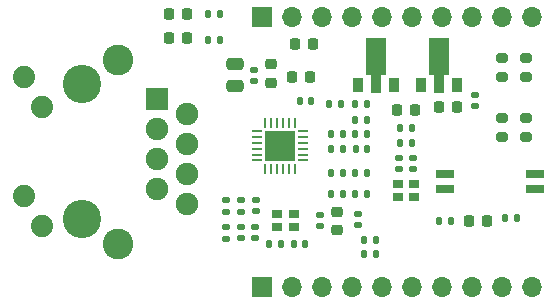
<source format=gbr>
%TF.GenerationSoftware,KiCad,Pcbnew,8.0.2-8.0.2-0~ubuntu22.04.1*%
%TF.CreationDate,2024-05-07T00:28:05+09:00*%
%TF.ProjectId,CANgatewayE,43414e67-6174-4657-9761-79452e6b6963,rev?*%
%TF.SameCoordinates,Original*%
%TF.FileFunction,Soldermask,Top*%
%TF.FilePolarity,Negative*%
%FSLAX46Y46*%
G04 Gerber Fmt 4.6, Leading zero omitted, Abs format (unit mm)*
G04 Created by KiCad (PCBNEW 8.0.2-8.0.2-0~ubuntu22.04.1) date 2024-05-07 00:28:05*
%MOMM*%
%LPD*%
G01*
G04 APERTURE LIST*
G04 Aperture macros list*
%AMRoundRect*
0 Rectangle with rounded corners*
0 $1 Rounding radius*
0 $2 $3 $4 $5 $6 $7 $8 $9 X,Y pos of 4 corners*
0 Add a 4 corners polygon primitive as box body*
4,1,4,$2,$3,$4,$5,$6,$7,$8,$9,$2,$3,0*
0 Add four circle primitives for the rounded corners*
1,1,$1+$1,$2,$3*
1,1,$1+$1,$4,$5*
1,1,$1+$1,$6,$7*
1,1,$1+$1,$8,$9*
0 Add four rect primitives between the rounded corners*
20,1,$1+$1,$2,$3,$4,$5,0*
20,1,$1+$1,$4,$5,$6,$7,0*
20,1,$1+$1,$6,$7,$8,$9,0*
20,1,$1+$1,$8,$9,$2,$3,0*%
%AMFreePoly0*
4,1,9,3.862500,-0.866500,0.737500,-0.866500,0.737500,-0.450000,-0.737500,-0.450000,-0.737500,0.450000,0.737500,0.450000,0.737500,0.866500,3.862500,0.866500,3.862500,-0.866500,3.862500,-0.866500,$1*%
G04 Aperture macros list end*
%ADD10RoundRect,0.140000X0.140000X0.170000X-0.140000X0.170000X-0.140000X-0.170000X0.140000X-0.170000X0*%
%ADD11RoundRect,0.140000X-0.170000X0.140000X-0.170000X-0.140000X0.170000X-0.140000X0.170000X0.140000X0*%
%ADD12RoundRect,0.135000X-0.185000X0.135000X-0.185000X-0.135000X0.185000X-0.135000X0.185000X0.135000X0*%
%ADD13RoundRect,0.135000X0.135000X0.185000X-0.135000X0.185000X-0.135000X-0.185000X0.135000X-0.185000X0*%
%ADD14C,3.250000*%
%ADD15C,1.890000*%
%ADD16R,1.900000X1.900000*%
%ADD17C,1.900000*%
%ADD18C,2.600000*%
%ADD19R,0.900000X0.800000*%
%ADD20RoundRect,0.225000X-0.225000X-0.250000X0.225000X-0.250000X0.225000X0.250000X-0.225000X0.250000X0*%
%ADD21R,0.900000X1.300000*%
%ADD22FreePoly0,90.000000*%
%ADD23RoundRect,0.218750X-0.218750X-0.256250X0.218750X-0.256250X0.218750X0.256250X-0.218750X0.256250X0*%
%ADD24RoundRect,0.140000X0.170000X-0.140000X0.170000X0.140000X-0.170000X0.140000X-0.170000X-0.140000X0*%
%ADD25RoundRect,0.200000X-0.275000X0.200000X-0.275000X-0.200000X0.275000X-0.200000X0.275000X0.200000X0*%
%ADD26RoundRect,0.062500X0.062500X-0.375000X0.062500X0.375000X-0.062500X0.375000X-0.062500X-0.375000X0*%
%ADD27RoundRect,0.062500X0.375000X-0.062500X0.375000X0.062500X-0.375000X0.062500X-0.375000X-0.062500X0*%
%ADD28R,2.500000X2.500000*%
%ADD29RoundRect,0.225000X0.225000X0.250000X-0.225000X0.250000X-0.225000X-0.250000X0.225000X-0.250000X0*%
%ADD30RoundRect,0.225000X-0.250000X0.225000X-0.250000X-0.225000X0.250000X-0.225000X0.250000X0.225000X0*%
%ADD31RoundRect,0.250000X0.475000X-0.250000X0.475000X0.250000X-0.475000X0.250000X-0.475000X-0.250000X0*%
%ADD32RoundRect,0.218750X-0.256250X0.218750X-0.256250X-0.218750X0.256250X-0.218750X0.256250X0.218750X0*%
%ADD33RoundRect,0.135000X0.185000X-0.135000X0.185000X0.135000X-0.185000X0.135000X-0.185000X-0.135000X0*%
%ADD34R,1.600000X0.760000*%
%ADD35RoundRect,0.135000X-0.135000X-0.185000X0.135000X-0.185000X0.135000X0.185000X-0.135000X0.185000X0*%
%ADD36R,1.700000X1.700000*%
%ADD37O,1.700000X1.700000*%
G04 APERTURE END LIST*
D10*
%TO.C,C25*%
X46962000Y7112000D03*
X46002000Y7112000D03*
%TD*%
D11*
%TO.C,C11*%
X43434000Y17498000D03*
X43434000Y16538000D03*
%TD*%
D12*
%TO.C,R18*%
X22352000Y8638000D03*
X22352000Y7618000D03*
%TD*%
D10*
%TO.C,C10*%
X35024000Y4064000D03*
X34064000Y4064000D03*
%TD*%
D13*
%TO.C,R3*%
X34292000Y9144000D03*
X33272000Y9144000D03*
%TD*%
%TO.C,R6*%
X34294000Y16764000D03*
X33274000Y16764000D03*
%TD*%
D14*
%TO.C,J1*%
X10190000Y18415000D03*
X10190000Y6985000D03*
D15*
X6810000Y6375000D03*
X5290000Y8915000D03*
X6810000Y16485000D03*
X5290000Y19025000D03*
D16*
X16530000Y17145000D03*
D17*
X19070000Y15875000D03*
X16530000Y14605000D03*
X19070000Y13335000D03*
X16530000Y12065000D03*
X19070000Y10795000D03*
X16530000Y9525000D03*
X19070000Y8255000D03*
D18*
X13240000Y20475000D03*
X13240000Y4925000D03*
%TD*%
D12*
%TO.C,R16*%
X23622000Y8638000D03*
X23622000Y7618000D03*
%TD*%
D19*
%TO.C,Y1*%
X38292000Y9948000D03*
X36892000Y9948000D03*
X36892000Y8848000D03*
X38292000Y8848000D03*
%TD*%
D20*
%TO.C,C22*%
X36804000Y16256000D03*
X38354000Y16256000D03*
%TD*%
D11*
%TO.C,C19*%
X24892000Y8608000D03*
X24892000Y7648000D03*
%TD*%
D21*
%TO.C,U5*%
X38886000Y18370000D03*
D22*
X40386000Y18457500D03*
D21*
X41886000Y18370000D03*
%TD*%
D13*
%TO.C,R1*%
X38104000Y13462000D03*
X37084000Y13462000D03*
%TD*%
%TO.C,R22*%
X21846000Y22140000D03*
X20826000Y22140000D03*
%TD*%
D10*
%TO.C,C16*%
X34290000Y12954000D03*
X33330000Y12954000D03*
%TD*%
D11*
%TO.C,C20*%
X24830000Y6350000D03*
X24830000Y5390000D03*
%TD*%
D23*
%TO.C,D1*%
X17500500Y24384000D03*
X19075500Y24384000D03*
%TD*%
D24*
%TO.C,C1*%
X38201600Y11204000D03*
X38201600Y12164000D03*
%TD*%
D13*
%TO.C,R9*%
X32260000Y12954000D03*
X31240000Y12954000D03*
%TD*%
D25*
%TO.C,JP3*%
X45720000Y20637000D03*
X45720000Y18987000D03*
%TD*%
D26*
%TO.C,U2*%
X25666000Y11270500D03*
X26166000Y11270500D03*
X26666000Y11270500D03*
X27166000Y11270500D03*
X27666000Y11270500D03*
X28166000Y11270500D03*
D27*
X28853500Y11958000D03*
X28853500Y12458000D03*
X28853500Y12958000D03*
X28853500Y13458000D03*
X28853500Y13958000D03*
X28853500Y14458000D03*
D26*
X28166000Y15145500D03*
X27666000Y15145500D03*
X27166000Y15145500D03*
X26666000Y15145500D03*
X26166000Y15145500D03*
X25666000Y15145500D03*
D27*
X24978500Y14458000D03*
X24978500Y13958000D03*
X24978500Y13458000D03*
X24978500Y12958000D03*
X24978500Y12458000D03*
X24978500Y11958000D03*
D28*
X26916000Y13208000D03*
%TD*%
D29*
%TO.C,C24*%
X29718000Y21844000D03*
X28168000Y21844000D03*
%TD*%
D20*
%TO.C,C5*%
X42926000Y6858000D03*
X44476000Y6858000D03*
%TD*%
D25*
%TO.C,JP5*%
X47752000Y15557000D03*
X47752000Y13907000D03*
%TD*%
D29*
%TO.C,C4*%
X29477000Y19050000D03*
X27927000Y19050000D03*
%TD*%
D13*
%TO.C,R7*%
X32260000Y10922000D03*
X31240000Y10922000D03*
%TD*%
D21*
%TO.C,U7*%
X33552000Y18370000D03*
D22*
X35052000Y18457500D03*
D21*
X36552000Y18370000D03*
%TD*%
D13*
%TO.C,R2*%
X34292000Y10922000D03*
X33272000Y10922000D03*
%TD*%
D30*
%TO.C,C15*%
X31750000Y7633000D03*
X31750000Y6083000D03*
%TD*%
D25*
%TO.C,JP4*%
X45720000Y15557000D03*
X45720000Y13907000D03*
%TD*%
D13*
%TO.C,R8*%
X32260000Y9144000D03*
X31240000Y9144000D03*
%TD*%
D31*
%TO.C,C17*%
X23114000Y18227000D03*
X23114000Y20127000D03*
%TD*%
D24*
%TO.C,C18*%
X24765000Y18697000D03*
X24765000Y19657000D03*
%TD*%
D29*
%TO.C,C23*%
X41923000Y16510000D03*
X40373000Y16510000D03*
%TD*%
D19*
%TO.C,Y2*%
X28070000Y7442902D03*
X26670000Y7442902D03*
X26670000Y6342902D03*
X28070000Y6342902D03*
%TD*%
D24*
%TO.C,C8*%
X33528000Y6505000D03*
X33528000Y7465000D03*
%TD*%
D32*
%TO.C,L1*%
X26162000Y20091500D03*
X26162000Y18516500D03*
%TD*%
D13*
%TO.C,R5*%
X34292000Y15367000D03*
X33272000Y15367000D03*
%TD*%
D33*
%TO.C,R17*%
X22352000Y5332000D03*
X22352000Y6352000D03*
%TD*%
D34*
%TO.C,SW1*%
X40894000Y10795000D03*
X40894000Y9525000D03*
X48514000Y9525000D03*
X48514000Y10795000D03*
%TD*%
D11*
%TO.C,C14*%
X30353000Y7338000D03*
X30353000Y6378000D03*
%TD*%
D10*
%TO.C,C7*%
X38072000Y14732000D03*
X37112000Y14732000D03*
%TD*%
%TO.C,C13*%
X26995000Y4860902D03*
X26035000Y4860902D03*
%TD*%
%TO.C,C6*%
X29563000Y17018000D03*
X28603000Y17018000D03*
%TD*%
D25*
%TO.C,JP2*%
X47752000Y20637000D03*
X47752000Y18987000D03*
%TD*%
D10*
%TO.C,C3*%
X35024000Y5207000D03*
X34064000Y5207000D03*
%TD*%
D13*
%TO.C,R4*%
X34292000Y14224000D03*
X33272000Y14224000D03*
%TD*%
D11*
%TO.C,C2*%
X36982400Y12164000D03*
X36982400Y11204000D03*
%TD*%
D35*
%TO.C,R10*%
X31240000Y14224000D03*
X32260000Y14224000D03*
%TD*%
D23*
%TO.C,D2*%
X17500500Y22352000D03*
X19075500Y22352000D03*
%TD*%
D10*
%TO.C,C12*%
X29055000Y4860902D03*
X28095000Y4860902D03*
%TD*%
D13*
%TO.C,R21*%
X21844000Y24384000D03*
X20824000Y24384000D03*
%TD*%
D35*
%TO.C,R11*%
X31113000Y16764000D03*
X32133000Y16764000D03*
%TD*%
D10*
%TO.C,C9*%
X41374000Y6858000D03*
X40414000Y6858000D03*
%TD*%
D11*
%TO.C,C21*%
X23622000Y6350000D03*
X23622000Y5390000D03*
%TD*%
D36*
%TO.C,J3*%
X25400000Y1270000D03*
D37*
X27940000Y1270000D03*
X30480000Y1270000D03*
X33020000Y1270000D03*
X35560000Y1270000D03*
X38100000Y1270000D03*
X40640000Y1270000D03*
X43180000Y1270000D03*
X45720000Y1270000D03*
X48260000Y1270000D03*
%TD*%
D36*
%TO.C,J4*%
X25400000Y24130000D03*
D37*
X27940000Y24130000D03*
X30480000Y24130000D03*
X33020000Y24130000D03*
X35560000Y24130000D03*
X38100000Y24130000D03*
X40640000Y24130000D03*
X43180000Y24130000D03*
X45720000Y24130000D03*
X48260000Y24130000D03*
%TD*%
M02*

</source>
